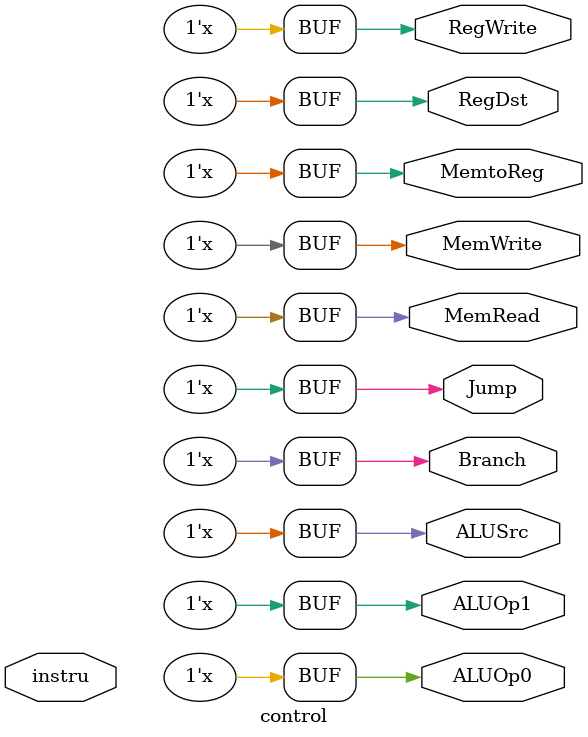
<source format=v>
module control(instru,Jump,RegDst,ALUSrc,MemtoReg,RegWrite,MemRead,MemWrite,Branch,ALUOp1,ALUOp0);
   output Jump,RegDst,ALUSrc,MemtoReg,RegWrite,MemRead,MemWrite,Branch,ALUOp1,ALUOp0;
   input [31:0] instru;
   
   reg Jump,RegDst,ALUSrc,MemtoReg,RegWrite,MemRead,MemWrite,Branch,ALUOp1,ALUOp0;
   reg [9:0]  identify;
   always@(instru)
   begin
   Jump<=identify[9];
   RegDst<=identify[8];
   ALUSrc<=identify[7];
   MemtoReg<=identify[6];
   RegWrite<=identify[5];
   MemRead<=identify[4];
   MemWrite<=identify[3];
   Branch<=identify[2];
   ALUOp1<=identify[1];
   ALUOp0<=identify[0];
   
   identify<=10'b0000000000;//clear to 0

   case(instru[31:26])
	 6'b000000: identify<=10'b0100100010;//R-type
	 6'b100011: identify<=10'b0011110000;//load
	 6'b101011: identify<=10'b0X1X001000;//store
	 6'b000100: identify<=10'b0X0X000101;//beq
	 6'b000010: identify<=10'b1XXXXXXXXX;//jump
	 6'b000011: identify<=10'b1XXX1XXXXX;//jal
	 6'b000100: identify<=10'b01XX1XX0XX;//jr
	 default:   identify<=10'b0000000000;//suppose identify is 0
   endcase 
   end
endmodule 

</source>
